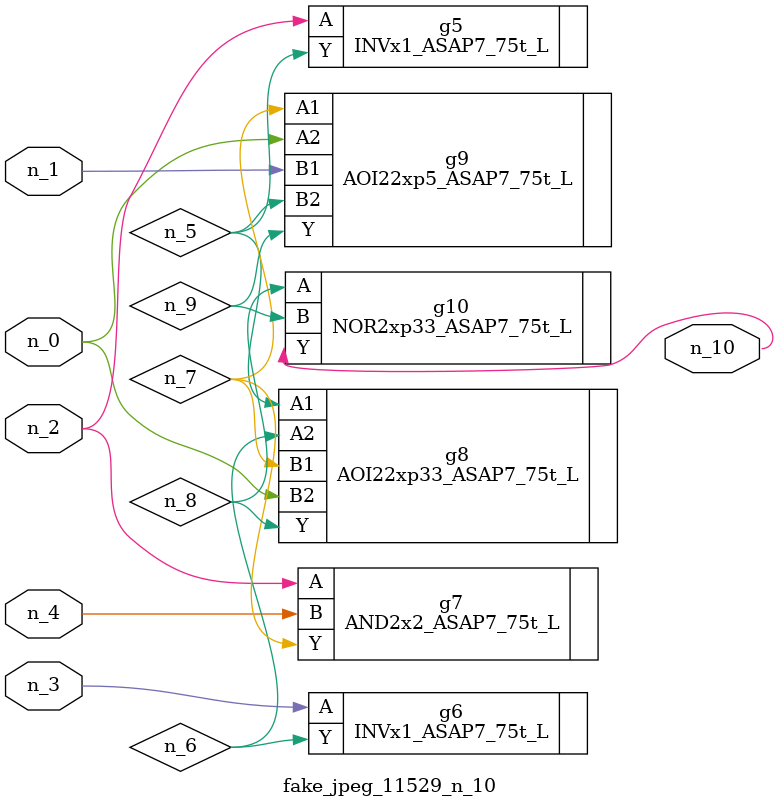
<source format=v>
module fake_jpeg_11529_n_10 (n_3, n_2, n_1, n_0, n_4, n_10);

input n_3;
input n_2;
input n_1;
input n_0;
input n_4;

output n_10;

wire n_8;
wire n_9;
wire n_6;
wire n_5;
wire n_7;

INVx1_ASAP7_75t_L g5 ( 
.A(n_2),
.Y(n_5)
);

INVx1_ASAP7_75t_L g6 ( 
.A(n_3),
.Y(n_6)
);

AND2x2_ASAP7_75t_L g7 ( 
.A(n_2),
.B(n_4),
.Y(n_7)
);

AOI22xp33_ASAP7_75t_L g8 ( 
.A1(n_5),
.A2(n_6),
.B1(n_7),
.B2(n_0),
.Y(n_8)
);

NOR2xp33_ASAP7_75t_L g10 ( 
.A(n_8),
.B(n_9),
.Y(n_10)
);

AOI22xp5_ASAP7_75t_L g9 ( 
.A1(n_7),
.A2(n_0),
.B1(n_1),
.B2(n_5),
.Y(n_9)
);


endmodule
</source>
